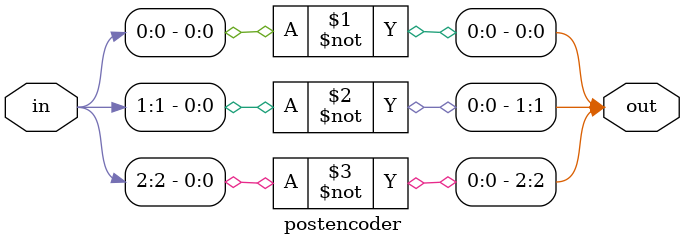
<source format=v>
`timescale 1ns / 1ps
module postencoder(
	output [2:0] out,
	input [2:0] in
    );

	not (out[0],in[0]);
	not (out[1],in[1]);
	not (out[2],in[2]);

endmodule

</source>
